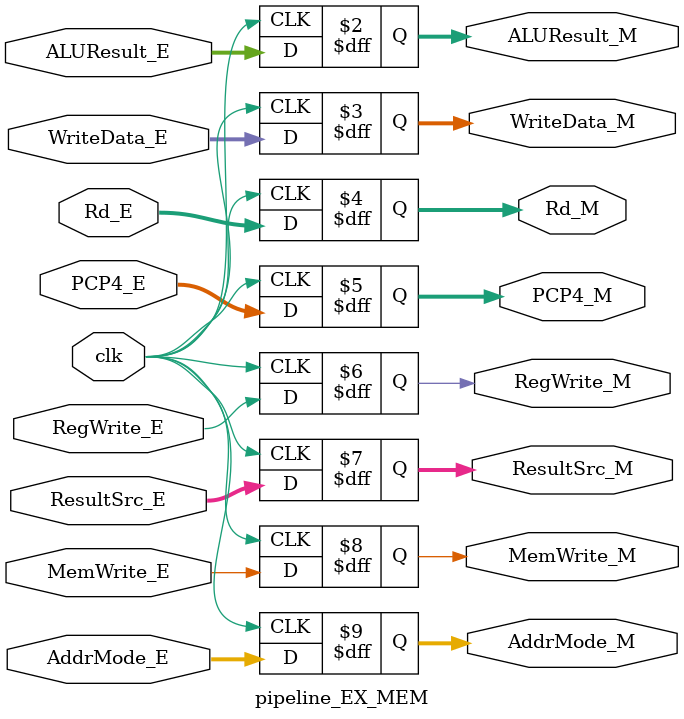
<source format=sv>
module pipeline_EX_MEM #(
    parameter WIDTH = 32
)(
    input logic clk,
    input logic [WIDTH - 1:0] ALUResult_E,
    input logic [WIDTH - 1:0] WriteData_E, // RD2_
    input logic [4:0] Rd_E,
    input logic [WIDTH - 1:0] PCP4_E,
    output logic [WIDTH - 1:0] ALUResult_M,
    output logic [WIDTH - 1:0] WriteData_M,
    output logic [4:0] Rd_M,
    output logic [WIDTH - 1:0] PCP4_M,

    // Control unit
    input logic RegWrite_E,
    input logic [1:0] ResultSrc_E,
    input logic MemWrite_E,
    input logic [2:0] AddrMode_E,
    output logic RegWrite_M,
    output logic [1:0] ResultSrc_M,
    output logic MemWrite_M,
    output logic [2:0] AddrMode_M
);

always_ff @(posedge clk) begin
    // Control unit
    RegWrite_M <= RegWrite_E;
    ResultSrc_M <= ResultSrc_E;
    MemWrite_M <= MemWrite_E;
    AddrMode_M <= AddrMode_E;

    // Data path
    ALUResult_M <= ALUResult_E;
    WriteData_M <= WriteData_E;
    Rd_M <= Rd_E;
    PCP4_M <= PCP4_E;

end

endmodule

</source>
